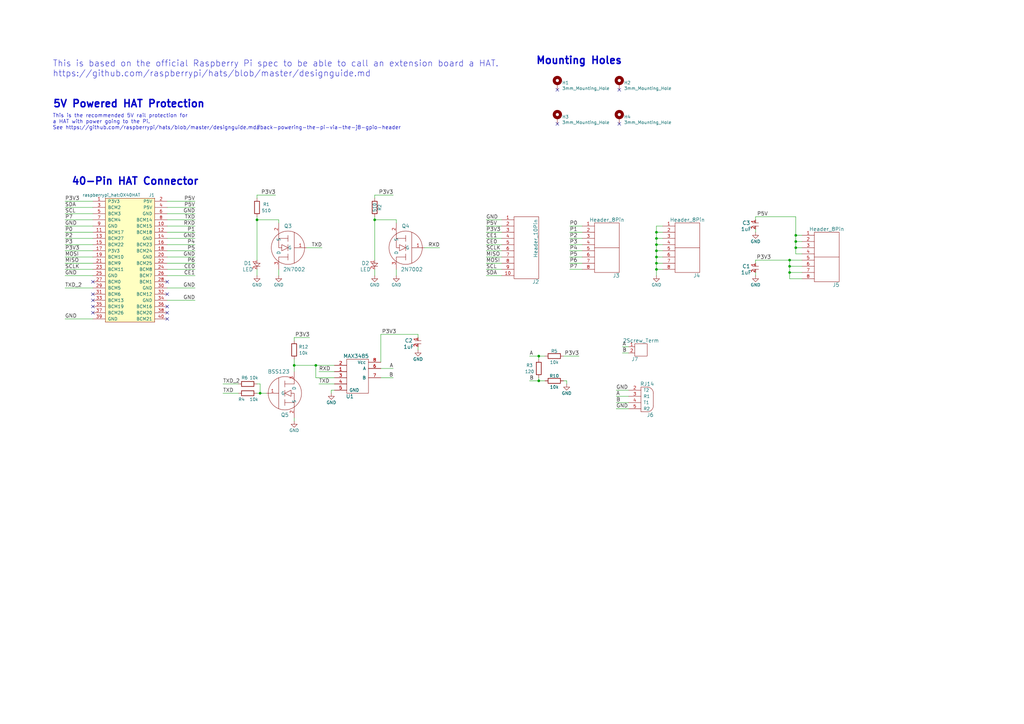
<source format=kicad_sch>
(kicad_sch (version 20211123) (generator eeschema)
  (paper "A3")
  (title_block (title "Raspberry Pi HAT") (rev "A"))
  (lib_symbols
    (symbol "Device:R" (pin_numbers hide) (pin_names (offset 0))
      (property "Reference" "R" (at 2.032 0 90))
      (property "Value" "R" (at 0 0 90))
      (symbol "R_0_1"
        (rectangle (start -1.016 -2.54) (end 1.016 2.54) (stroke (width 0.254)))
      )
      (symbol "R_1_1"
        (pin passive line (at 0 3.81 270) (length 1.27) (name "~") (number "1"))
        (pin passive line (at 0 -3.81 90) (length 1.27) (name "~") (number "2"))
      )
    )
    (symbol "Mechanical:MountingHole_Pad" (pin_numbers hide) (pin_names (offset 1.016) hide)
      (property "Reference" "MH" (at 0 6.35 0))
      (property "Value" "MountingHole_Pad" (at 0 4.445 0))
      (symbol "MountingHole_Pad_0_1"
        (circle (center 0 1.27) (radius 1.27) (stroke (width 1.27)))
      )
      (symbol "MountingHole_Pad_1_1"
        (pin input line (at 0 -2.54 90) (length 2.54) (name "1") (number "1"))
      )
    )
    (symbol "pi:2N7002" (pin_names (offset 1.016))
      (property "Reference" "Q" (at 2.54 15.24 0))
      (property "Value" "2N7002" (at 5.08 -2.54 0))
      (symbol "2N7002_0_1"
        (polyline (pts (xy 2.54 2.54) (xy -1.27 2.54)))
        (polyline (pts (xy 2.54 3.81) (xy 2.54 1.27)))
        (polyline (pts (xy 2.54 7.62) (xy 2.54 5.08)))
        (polyline (pts (xy 2.54 8.89) (xy 2.54 11.43)))
        (polyline (pts (xy 2.54 10.16) (xy -1.27 10.16)))
        (polyline (pts (xy 5.08 12.7) (xy 5.08 0)))
        (polyline (pts (xy -1.27 11.43) (xy -1.27 6.35) (xy 0 6.35)))
        (polyline (pts (xy 2.54 6.35) (xy 0 7.62) (xy 0 5.08) (xy 2.54 6.35)))
        (circle (center 2.54 6.35) (radius 6.8326))
      )
      (symbol "2N7002_1_1"
        (pin bidirectional line (at 10.16 6.35 180) (length 5.08) (name "G") (number "1"))
        (pin bidirectional line (at -1.27 16.51 270) (length 5.08) (name "S") (number "2"))
        (pin bidirectional line (at -1.27 -2.54 90) (length 5.08) (name "D") (number "3"))
      )
    )
    (symbol "pi:2Screw_Term" (pin_names (offset 1.016))
      (property "Reference" "J" (at 5.08 0 0))
      (property "Value" "2Screw_Term" (at 2.54 7.62 0))
      (symbol "2Screw_Term_0_1"
        (rectangle (start 5.08 6.35) (end 0 1.27))
      )
      (symbol "2Screw_Term_1_1"
        (pin bidirectional line (at 7.62 5.08 180) (length 2.54) (name "~") (number "1"))
        (pin bidirectional line (at 7.62 2.54 180) (length 2.54) (name "~") (number "2"))
      )
    )
    (symbol "pi:C_sm" (pin_names (offset 1.016))
      (property "Reference" "C" (at 1.27 2.54 0))
      (property "Value" "C_sm" (at 1.27 -2.54 0))
      (symbol "C_sm_0_1"
        (polyline (pts (xy 0 -1.27) (xy 0 1.27)))
        (polyline (pts (xy 1.27 1.27) (xy 1.27 -1.27)))
      )
      (symbol "C_sm_1_1"
        (pin bidirectional line (at -1.27 0 0) (length 1.27) (name "~") (number "1"))
        (pin bidirectional line (at 2.54 0 180) (length 1.27) (name "~") (number "2"))
      )
    )
    (symbol "pi:D_sm" (pin_names (offset 1.016))
      (property "Reference" "D" (at 2.54 2.54 0))
      (property "Value" "D_sm" (at 2.54 7.62 0))
      (symbol "D_sm_0_1"
        (polyline (pts (xy 2.54 6.35) (xy 2.54 3.81)))
        (polyline (pts (xy 1.27 6.35) (xy 1.27 3.81) (xy 2.54 5.08) (xy 1.27 6.35)))
      )
      (symbol "D_sm_1_1"
        (pin input line (at 0 5.08 0) (length 1.27) (name "~") (number "1"))
        (pin bidirectional line (at 3.81 5.08 180) (length 1.27) (name "~") (number "2"))
      )
    )
    (symbol "pi:Header_10Pin" (pin_names (offset 1.016))
      (property "Reference" "J" (at 13.97 1.27 0))
      (property "Value" "Header_10Pin" (at 10.16 29.21 0))
      (symbol "Header_10Pin_0_1"
        (rectangle (start 5.08 27.94) (end 15.24 2.54))
      )
      (symbol "Header_10Pin_1_1"
        (pin bidirectional line (at 0 26.67 0) (length 5.08) (name "~") (number "1"))
        (pin bidirectional line (at 0 3.81 0) (length 5.08) (name "~") (number "10"))
        (pin bidirectional line (at 0 24.13 0) (length 5.08) (name "~") (number "2"))
        (pin bidirectional line (at 0 21.59 0) (length 5.08) (name "~") (number "3"))
        (pin bidirectional line (at 0 19.05 0) (length 5.08) (name "~") (number "4"))
        (pin bidirectional line (at 0 16.51 0) (length 5.08) (name "~") (number "5"))
        (pin bidirectional line (at 0 13.97 0) (length 5.08) (name "~") (number "6"))
        (pin bidirectional line (at 0 11.43 0) (length 5.08) (name "~") (number "7"))
        (pin bidirectional line (at 0 8.89 0) (length 5.08) (name "~") (number "8"))
        (pin bidirectional line (at 0 6.35 0) (length 5.08) (name "~") (number "9"))
      )
    )
    (symbol "pi:Header_8Pin" (pin_names (offset 1.016))
      (property "Reference" "J" (at 13.97 1.27 0))
      (property "Value" "Header_8Pin" (at 10.16 24.13 0))
      (symbol "Header_8Pin_0_1"
        (polyline (pts (xy 15.24 12.7) (xy 5.08 12.7)))
        (rectangle (start 5.08 22.86) (end 15.24 2.54))
      )
      (symbol "Header_8Pin_1_1"
        (pin bidirectional line (at 0 21.59 0) (length 5.08) (name "~") (number "1"))
        (pin bidirectional line (at 0 19.05 0) (length 5.08) (name "~") (number "2"))
        (pin bidirectional line (at 0 16.51 0) (length 5.08) (name "~") (number "3"))
        (pin bidirectional line (at 0 13.97 0) (length 5.08) (name "~") (number "4"))
        (pin bidirectional line (at 0 11.43 0) (length 5.08) (name "~") (number "5"))
        (pin bidirectional line (at 0 8.89 0) (length 5.08) (name "~") (number "6"))
        (pin bidirectional line (at 0 6.35 0) (length 5.08) (name "~") (number "7"))
        (pin bidirectional line (at 0 3.81 0) (length 5.08) (name "~") (number "8"))
      )
    )
    (symbol "pi:MAX481" (pin_names (offset 1.016))
      (property "Reference" "U" (at 2.54 1.27 0))
      (property "Value" "MAX481" (at 5.08 17.78 0))
      (symbol "MAX481_0_1"
        (rectangle (start 1.27 16.51) (end 10.16 2.54))
      )
      (symbol "MAX481_1_1"
        (pin bidirectional line (at -3.81 11.43 0) (length 5.08) (name "~") (number "1"))
        (pin bidirectional line (at -3.81 13.97 0) (length 5.08) (name "~") (number "2"))
        (pin bidirectional line (at -3.81 8.89 0) (length 5.08) (name "~") (number "3"))
        (pin bidirectional line (at -3.81 6.35 0) (length 5.08) (name "~") (number "4"))
        (pin bidirectional line (at -3.81 3.81 0) (length 5.08) (name "GND") (number "5"))
        (pin bidirectional line (at 15.24 12.7 180) (length 5.08) (name "A") (number "6"))
        (pin bidirectional line (at 15.24 8.89 180) (length 5.08) (name "B") (number "7"))
        (pin bidirectional line (at 15.24 15.24 180) (length 5.08) (name "Vcc") (number "8"))
      )
    )
    (symbol "pi:RJ14" (pin_names (offset 1.016))
      (property "Reference" "P" (at 1.27 0 0))
      (property "Value" "RJ14" (at 2.54 12.7 0))
      (symbol "RJ14_0_1"
        (polyline (pts (xy 0 3.81) (xy 0 8.89)))
        (polyline (pts (xy 2.54 11.43) (xy 5.08 11.43) (xy 5.08 1.27) (xy 2.54 1.27)))
        (arc (start 0 3.81) (mid 0.7387 2.0087) (end 2.54 1.27))
        (arc (start 2.54 11.43) (mid 0.7387 10.6913) (end 0 8.89))
      )
      (symbol "RJ14_1_1"
        (pin input line (at 10.16 10.16 180) (length 5.08) (name "T2") (number "2"))
        (pin input line (at 10.16 7.62 180) (length 5.08) (name "R1") (number "3"))
        (pin input line (at 10.16 5.08 180) (length 5.08) (name "T1") (number "4"))
        (pin input line (at 10.16 2.54 180) (length 5.08) (name "R2") (number "5"))
      )
    )
    (symbol "power:GND" (power) (pin_names (offset 0))
      (property "Value" "GND" (at 0 -3.81 0))
      (symbol "GND_0_1"
        (polyline (pts (xy 0 0) (xy 0 -1.27) (xy 1.27 -1.27) (xy 0 -2.54) (xy -1.27 -1.27) (xy 0 -1.27)))
      )
      (symbol "GND_1_1"
        (pin power_in line (at 0 0 270) (length 0) hide (name "GND") (number "1"))
      )
    )
    (symbol "raspberrypi_hat:OX40HAT" (pin_names (offset 1.016))
      (property "Reference" "J" (at 8.89 2.54 0))
      (property "Value" "OX40HAT" (at -7.62 2.54 0))
      (symbol "OX40HAT_0_1"
        (rectangle (start -10.16 1.27) (end 10.16 -49.53) (fill (type background)))
      )
      (symbol "OX40HAT_1_1"
        (pin bidirectional line (at -15.24 0 0) (length 5.08) (name "P3V3") (number "1"))
        (pin bidirectional line (at 15.24 -10.16 180) (length 5.08) (name "BCM15") (number "10"))
        (pin bidirectional line (at -15.24 -12.7 0) (length 5.08) (name "BCM17") (number "11"))
        (pin bidirectional line (at 15.24 -12.7 180) (length 5.08) (name "BCM18") (number "12"))
        (pin bidirectional line (at -15.24 -15.24 0) (length 5.08) (name "BCM27") (number "13"))
        (pin bidirectional line (at 15.24 -15.24 180) (length 5.08) (name "GND") (number "14"))
        (pin bidirectional line (at -15.24 -17.78 0) (length 5.08) (name "BCM22") (number "15"))
        (pin bidirectional line (at 15.24 -17.78 180) (length 5.08) (name "BCM23") (number "16"))
        (pin bidirectional line (at -15.24 -20.32 0) (length 5.08) (name "P3V3") (number "17"))
        (pin bidirectional line (at 15.24 -20.32 180) (length 5.08) (name "BCM24") (number "18"))
        (pin bidirectional line (at -15.24 -22.86 0) (length 5.08) (name "BCM10") (number "19"))
        (pin bidirectional line (at 15.24 0 180) (length 5.08) (name "P5V") (number "2"))
        (pin bidirectional line (at 15.24 -22.86 180) (length 5.08) (name "GND") (number "20"))
        (pin bidirectional line (at -15.24 -25.4 0) (length 5.08) (name "BCM9") (number "21"))
        (pin bidirectional line (at 15.24 -25.4 180) (length 5.08) (name "BCM25") (number "22"))
        (pin bidirectional line (at -15.24 -27.94 0) (length 5.08) (name "BCM11") (number "23"))
        (pin bidirectional line (at 15.24 -27.94 180) (length 5.08) (name "BCM8") (number "24"))
        (pin bidirectional line (at -15.24 -30.48 0) (length 5.08) (name "GND") (number "25"))
        (pin bidirectional line (at 15.24 -30.48 180) (length 5.08) (name "BCM7") (number "26"))
        (pin bidirectional line (at -15.24 -33.02 0) (length 5.08) (name "BCM0") (number "27"))
        (pin bidirectional line (at 15.24 -33.02 180) (length 5.08) (name "BCM1") (number "28"))
        (pin bidirectional line (at -15.24 -35.56 0) (length 5.08) (name "BCM5") (number "29"))
        (pin bidirectional line (at -15.24 -2.54 0) (length 5.08) (name "BCM2") (number "3"))
        (pin bidirectional line (at 15.24 -35.56 180) (length 5.08) (name "GND") (number "30"))
        (pin bidirectional line (at -15.24 -38.1 0) (length 5.08) (name "BCM6") (number "31"))
        (pin bidirectional line (at 15.24 -38.1 180) (length 5.08) (name "BCM12") (number "32"))
        (pin bidirectional line (at -15.24 -40.64 0) (length 5.08) (name "BCM13") (number "33"))
        (pin bidirectional line (at 15.24 -40.64 180) (length 5.08) (name "GND") (number "34"))
        (pin bidirectional line (at -15.24 -43.18 0) (length 5.08) (name "BCM19") (number "35"))
        (pin bidirectional line (at 15.24 -43.18 180) (length 5.08) (name "BCM16") (number "36"))
        (pin bidirectional line (at -15.24 -45.72 0) (length 5.08) (name "BCM26") (number "37"))
        (pin bidirectional line (at 15.24 -45.72 180) (length 5.08) (name "BCM20") (number "38"))
        (pin bidirectional line (at -15.24 -48.26 0) (length 5.08) (name "GND") (number "39"))
        (pin bidirectional line (at 15.24 -2.54 180) (length 5.08) (name "P5V") (number "4"))
        (pin bidirectional line (at 15.24 -48.26 180) (length 5.08) (name "BCM21") (number "40"))
        (pin bidirectional line (at -15.24 -5.08 0) (length 5.08) (name "BCM3") (number "5"))
        (pin bidirectional line (at 15.24 -5.08 180) (length 5.08) (name "GND") (number "6"))
        (pin bidirectional line (at -15.24 -7.62 0) (length 5.08) (name "BCM4") (number "7"))
        (pin bidirectional line (at 15.24 -7.62 180) (length 5.08) (name "BCM14") (number "8"))
        (pin bidirectional line (at -15.24 -10.16 0) (length 5.08) (name "GND") (number "9"))
      )
    )
  )
  (junction (at 326.39 99.06))
  (junction (at 326.39 96.52))
  (junction (at 220.98 146.05))
  (junction (at 106.68 161.29))
  (junction (at 269.24 95.25))
  (junction (at 220.98 156.21))
  (junction (at 323.85 111.76))
  (junction (at 323.85 106.68))
  (junction (at 153.67 90.17))
  (junction (at 120.65 149.86))
  (junction (at 323.85 109.22))
  (junction (at 269.24 105.41))
  (junction (at 269.24 102.87))
  (junction (at 269.24 97.79))
  (junction (at 105.41 90.17))
  (junction (at 269.24 110.49))
  (junction (at 326.39 101.6))
  (junction (at 269.24 100.33))
  (junction (at 269.24 107.95))
  (junction (at 129.54 149.86))
  (no_connect (at 68.58 128.27))
  (no_connect (at 38.1 115.57))
  (no_connect (at 228.6 36.83))
  (no_connect (at 38.1 123.19))
  (no_connect (at 254 36.83))
  (no_connect (at 68.58 115.57))
  (no_connect (at 38.1 120.65))
  (no_connect (at 68.58 130.81))
  (no_connect (at 68.58 120.65))
  (no_connect (at 228.6 50.8))
  (no_connect (at 68.58 125.73))
  (no_connect (at 38.1 125.73))
  (no_connect (at 254 50.8))
  (no_connect (at 38.1 128.27))
  (wire (pts (xy 153.67 80.01) (xy 161.29 80.01)))
  (wire (pts (xy 205.74 107.95) (xy 199.39 107.95)))
  (wire (pts (xy 26.67 107.95) (xy 38.1 107.95)))
  (wire (pts (xy 91.44 161.29) (xy 97.79 161.29)))
  (wire (pts (xy 38.1 118.11) (xy 26.67 118.11)))
  (wire (pts (xy 125.73 101.6) (xy 132.08 101.6)))
  (wire (pts (xy 257.81 167.64) (xy 252.73 167.64)))
  (wire (pts (xy 26.67 102.87) (xy 38.1 102.87)))
  (wire (pts (xy 171.45 143.51) (xy 171.45 142.24)))
  (wire (pts (xy 68.58 82.55) (xy 80.01 82.55)))
  (wire (pts (xy 80.01 92.71) (xy 68.58 92.71)))
  (wire (pts (xy 269.24 105.41) (xy 271.78 105.41)))
  (wire (pts (xy 326.39 96.52) (xy 326.39 99.06)))
  (wire (pts (xy 220.98 154.94) (xy 220.98 156.21)))
  (wire (pts (xy 105.41 90.17) (xy 114.3 90.17)))
  (wire (pts (xy 114.3 113.03) (xy 114.3 110.49)))
  (wire (pts (xy 38.1 105.41) (xy 26.67 105.41)))
  (wire (pts (xy 199.39 110.49) (xy 205.74 110.49)))
  (wire (pts (xy 309.88 88.9) (xy 326.39 88.9)))
  (wire (pts (xy 328.93 101.6) (xy 326.39 101.6)))
  (wire (pts (xy 238.76 107.95) (xy 233.68 107.95)))
  (wire (pts (xy 106.68 157.48) (xy 105.41 157.48)))
  (wire (pts (xy 271.78 110.49) (xy 269.24 110.49)))
  (wire (pts (xy 80.01 100.33) (xy 68.58 100.33)))
  (wire (pts (xy 205.74 97.79) (xy 199.39 97.79)))
  (wire (pts (xy 328.93 96.52) (xy 326.39 96.52)))
  (wire (pts (xy 105.41 110.49) (xy 105.41 113.03)))
  (wire (pts (xy 269.24 107.95) (xy 269.24 110.49)))
  (wire (pts (xy 328.93 106.68) (xy 323.85 106.68)))
  (wire (pts (xy 114.3 90.17) (xy 114.3 91.44)))
  (wire (pts (xy 68.58 123.19) (xy 80.01 123.19)))
  (wire (pts (xy 171.45 137.16) (xy 171.45 138.43)))
  (wire (pts (xy 323.85 109.22) (xy 323.85 111.76)))
  (wire (pts (xy 130.81 152.4) (xy 137.16 152.4)))
  (wire (pts (xy 38.1 92.71) (xy 26.67 92.71)))
  (wire (pts (xy 38.1 82.55) (xy 26.67 82.55)))
  (wire (pts (xy 257.81 165.1) (xy 252.73 165.1)))
  (wire (pts (xy 269.24 92.71) (xy 269.24 95.25)))
  (wire (pts (xy 232.41 156.21) (xy 231.14 156.21)))
  (wire (pts (xy 326.39 104.14) (xy 328.93 104.14)))
  (wire (pts (xy 162.56 90.17) (xy 162.56 91.44)))
  (wire (pts (xy 309.88 113.03) (xy 309.88 111.76)))
  (wire (pts (xy 153.67 88.9) (xy 153.67 90.17)))
  (wire (pts (xy 199.39 100.33) (xy 205.74 100.33)))
  (wire (pts (xy 38.1 90.17) (xy 26.67 90.17)))
  (wire (pts (xy 326.39 101.6) (xy 326.39 104.14)))
  (wire (pts (xy 173.99 101.6) (xy 180.34 101.6)))
  (wire (pts (xy 231.14 146.05) (xy 237.49 146.05)))
  (wire (pts (xy 205.74 90.17) (xy 199.39 90.17)))
  (wire (pts (xy 68.58 87.63) (xy 80.01 87.63)))
  (wire (pts (xy 137.16 157.48) (xy 130.81 157.48)))
  (wire (pts (xy 80.01 113.03) (xy 68.58 113.03)))
  (wire (pts (xy 217.17 146.05) (xy 220.98 146.05)))
  (wire (pts (xy 38.1 130.81) (xy 26.67 130.81)))
  (wire (pts (xy 80.01 107.95) (xy 68.58 107.95)))
  (wire (pts (xy 257.81 142.24) (xy 255.27 142.24)))
  (wire (pts (xy 269.24 95.25) (xy 271.78 95.25)))
  (wire (pts (xy 105.41 88.9) (xy 105.41 90.17)))
  (wire (pts (xy 106.68 161.29) (xy 106.68 157.48)))
  (wire (pts (xy 323.85 114.3) (xy 328.93 114.3)))
  (wire (pts (xy 38.1 100.33) (xy 26.67 100.33)))
  (wire (pts (xy 38.1 113.03) (xy 26.67 113.03)))
  (wire (pts (xy 309.88 106.68) (xy 323.85 106.68)))
  (wire (pts (xy 129.54 154.94) (xy 129.54 149.86)))
  (wire (pts (xy 233.68 110.49) (xy 238.76 110.49)))
  (wire (pts (xy 156.21 137.16) (xy 156.21 148.59)))
  (wire (pts (xy 38.1 110.49) (xy 26.67 110.49)))
  (wire (pts (xy 323.85 109.22) (xy 328.93 109.22)))
  (wire (pts (xy 205.74 102.87) (xy 199.39 102.87)))
  (wire (pts (xy 162.56 113.03) (xy 162.56 110.49)))
  (wire (pts (xy 269.24 97.79) (xy 269.24 100.33)))
  (wire (pts (xy 80.01 102.87) (xy 68.58 102.87)))
  (wire (pts (xy 269.24 105.41) (xy 269.24 107.95)))
  (wire (pts (xy 328.93 111.76) (xy 323.85 111.76)))
  (wire (pts (xy 105.41 81.28) (xy 105.41 80.01)))
  (wire (pts (xy 135.89 161.29) (xy 135.89 160.02)))
  (wire (pts (xy 129.54 149.86) (xy 137.16 149.86)))
  (wire (pts (xy 105.41 80.01) (xy 113.03 80.01)))
  (wire (pts (xy 220.98 156.21) (xy 223.52 156.21)))
  (wire (pts (xy 105.41 90.17) (xy 105.41 106.68)))
  (wire (pts (xy 323.85 111.76) (xy 323.85 114.3)))
  (wire (pts (xy 271.78 107.95) (xy 269.24 107.95)))
  (wire (pts (xy 137.16 154.94) (xy 129.54 154.94)))
  (wire (pts (xy 38.1 85.09) (xy 26.67 85.09)))
  (wire (pts (xy 269.24 110.49) (xy 269.24 113.03)))
  (wire (pts (xy 120.65 138.43) (xy 127 138.43)))
  (wire (pts (xy 68.58 95.25) (xy 80.01 95.25)))
  (wire (pts (xy 161.29 151.13) (xy 156.21 151.13)))
  (wire (pts (xy 68.58 97.79) (xy 80.01 97.79)))
  (wire (pts (xy 68.58 105.41) (xy 80.01 105.41)))
  (wire (pts (xy 271.78 97.79) (xy 269.24 97.79)))
  (wire (pts (xy 120.65 139.7) (xy 120.65 138.43)))
  (wire (pts (xy 205.74 113.03) (xy 199.39 113.03)))
  (wire (pts (xy 153.67 90.17) (xy 153.67 106.68)))
  (wire (pts (xy 326.39 99.06) (xy 328.93 99.06)))
  (wire (pts (xy 68.58 85.09) (xy 80.01 85.09)))
  (wire (pts (xy 120.65 149.86) (xy 129.54 149.86)))
  (wire (pts (xy 199.39 92.71) (xy 205.74 92.71)))
  (wire (pts (xy 135.89 160.02) (xy 137.16 160.02)))
  (wire (pts (xy 120.65 147.32) (xy 120.65 149.86)))
  (wire (pts (xy 153.67 90.17) (xy 162.56 90.17)))
  (wire (pts (xy 26.67 87.63) (xy 38.1 87.63)))
  (wire (pts (xy 217.17 156.21) (xy 220.98 156.21)))
  (wire (pts (xy 153.67 110.49) (xy 153.67 113.03)))
  (wire (pts (xy 233.68 105.41) (xy 238.76 105.41)))
  (wire (pts (xy 238.76 102.87) (xy 233.68 102.87)))
  (wire (pts (xy 153.67 81.28) (xy 153.67 80.01)))
  (wire (pts (xy 38.1 95.25) (xy 26.67 95.25)))
  (wire (pts (xy 309.88 90.17) (xy 309.88 88.9)))
  (wire (pts (xy 271.78 92.71) (xy 269.24 92.71)))
  (wire (pts (xy 309.88 95.25) (xy 309.88 93.98)))
  (wire (pts (xy 156.21 137.16) (xy 171.45 137.16)))
  (wire (pts (xy 220.98 146.05) (xy 223.52 146.05)))
  (wire (pts (xy 238.76 97.79) (xy 233.68 97.79)))
  (wire (pts (xy 257.81 144.78) (xy 255.27 144.78)))
  (wire (pts (xy 232.41 157.48) (xy 232.41 156.21)))
  (wire (pts (xy 257.81 162.56) (xy 252.73 162.56)))
  (wire (pts (xy 120.65 149.86) (xy 120.65 152.4)))
  (wire (pts (xy 199.39 95.25) (xy 205.74 95.25)))
  (wire (pts (xy 238.76 92.71) (xy 233.68 92.71)))
  (wire (pts (xy 326.39 99.06) (xy 326.39 101.6)))
  (wire (pts (xy 309.88 107.95) (xy 309.88 106.68)))
  (wire (pts (xy 68.58 110.49) (xy 80.01 110.49)))
  (wire (pts (xy 233.68 95.25) (xy 238.76 95.25)))
  (wire (pts (xy 120.65 172.72) (xy 120.65 171.45)))
  (wire (pts (xy 26.67 97.79) (xy 38.1 97.79)))
  (wire (pts (xy 257.81 160.02) (xy 252.73 160.02)))
  (wire (pts (xy 269.24 100.33) (xy 271.78 100.33)))
  (wire (pts (xy 161.29 154.94) (xy 156.21 154.94)))
  (wire (pts (xy 220.98 147.32) (xy 220.98 146.05)))
  (wire (pts (xy 199.39 105.41) (xy 205.74 105.41)))
  (wire (pts (xy 105.41 161.29) (xy 106.68 161.29)))
  (wire (pts (xy 271.78 102.87) (xy 269.24 102.87)))
  (wire (pts (xy 97.79 157.48) (xy 91.44 157.48)))
  (wire (pts (xy 323.85 106.68) (xy 323.85 109.22)))
  (wire (pts (xy 233.68 100.33) (xy 238.76 100.33)))
  (wire (pts (xy 68.58 118.11) (xy 80.01 118.11)))
  (wire (pts (xy 269.24 102.87) (xy 269.24 105.41)))
  (wire (pts (xy 269.24 95.25) (xy 269.24 97.79)))
  (wire (pts (xy 106.68 161.29) (xy 109.22 161.29)))
  (wire (pts (xy 269.24 100.33) (xy 269.24 102.87)))
  (wire (pts (xy 326.39 88.9) (xy 326.39 96.52)))
  (wire (pts (xy 68.58 90.17) (xy 80.01 90.17)))
  (text "Mounting Holes" (at 219.71 26.67 0) (effects (font (size 2.9972 2.9972) (thickness 0.5994) bold) (justify left bottom)))
  (text "5V Powered HAT Protection" (at 21.59 44.45 0) (effects (font (size 2.9972 2.9972) (thickness 0.5994) bold) (justify left bottom)))
  (text "This is based on the official Raspberry Pi spec to be able to call an extension board a HAT.\nhttps://github.com/raspberrypi/hats/blob/master/designguide.md" (at 21.59 31.75 0) (effects (font (size 2.54 2.54)) (justify left bottom)))
  (text "This is the recommended 5V rail protection for \na HAT with power going to the Pi.\nSee https://github.com/raspberrypi/hats/blob/master/designguide.md#back-powering-the-pi-via-the-j8-gpio-header" (at 21.59 53.34 0) (effects (font (size 1.524 1.524)) (justify left bottom)))
  (text "40-Pin HAT Connector" (at 29.21 76.2 0) (effects (font (size 2.9972 2.9972) (thickness 0.5994) bold) (justify left bottom)))
  (label "P1" (at 80.01 95.25 180) (effects (font (size 1.524 1.524))))
  (label "P6" (at 233.68 107.95 0) (effects (font (size 1.524 1.524))))
  (label "P4" (at 233.68 102.87 0) (effects (font (size 1.524 1.524))))
  (label "RXD" (at 130.81 152.4 0) (effects (font (size 1.524 1.524))))
  (label "P0" (at 26.67 95.25 0) (effects (font (size 1.524 1.524))))
  (label "MISO" (at 199.39 105.41 0) (effects (font (size 1.524 1.524))))
  (label "GND" (at 252.73 160.02 0) (effects (font (size 1.524 1.524))))
  (label "P5V" (at 199.39 92.71 0) (effects (font (size 1.524 1.524))))
  (label "TXD_2" (at 91.44 157.48 0) (effects (font (size 1.524 1.524))))
  (label "P3V3" (at 161.29 80.01 180) (effects (font (size 1.524 1.524))))
  (label "P3V3" (at 199.39 95.25 0) (effects (font (size 1.524 1.524))))
  (label "SCLK" (at 26.67 110.49 0) (effects (font (size 1.524 1.524))))
  (label "P1" (at 233.68 95.25 0) (effects (font (size 1.524 1.524))))
  (label "RXD" (at 180.34 101.6 180) (effects (font (size 1.524 1.524))))
  (label "GND" (at 26.67 130.81 0) (effects (font (size 1.524 1.524))))
  (label "A" (at 252.73 162.56 0) (effects (font (size 1.524 1.524))))
  (label "B" (at 255.27 144.78 0) (effects (font (size 1.524 1.524))))
  (label "P3V3" (at 127 138.43 180) (effects (font (size 1.524 1.524))))
  (label "TXD" (at 91.44 161.29 0) (effects (font (size 1.524 1.524))))
  (label "CE1" (at 199.39 97.79 0) (effects (font (size 1.524 1.524))))
  (label "P3V3" (at 237.49 146.05 180) (effects (font (size 1.524 1.524))))
  (label "GND" (at 26.67 92.71 0) (effects (font (size 1.524 1.524))))
  (label "P0" (at 233.68 92.71 0) (effects (font (size 1.524 1.524))))
  (label "GND" (at 26.67 113.03 0) (effects (font (size 1.524 1.524))))
  (label "GND" (at 252.73 167.64 0) (effects (font (size 1.524 1.524))))
  (label "P2" (at 233.68 97.79 0) (effects (font (size 1.524 1.524))))
  (label "SCLK" (at 199.39 102.87 0) (effects (font (size 1.524 1.524))))
  (label "P2" (at 26.67 97.79 0) (effects (font (size 1.524 1.524))))
  (label "RXD" (at 80.01 92.71 180) (effects (font (size 1.524 1.524))))
  (label "P7" (at 26.67 90.17 0) (effects (font (size 1.524 1.524))))
  (label "B" (at 252.73 165.1 0) (effects (font (size 1.524 1.524))))
  (label "A" (at 161.29 151.13 180) (effects (font (size 1.524 1.524))))
  (label "GND" (at 80.01 87.63 180) (effects (font (size 1.524 1.524))))
  (label "P3V3" (at 26.67 102.87 0) (effects (font (size 1.524 1.524))))
  (label "SDA" (at 199.39 113.03 0) (effects (font (size 1.524 1.524))))
  (label "SCL" (at 199.39 110.49 0) (effects (font (size 1.524 1.524))))
  (label "P5V" (at 80.01 85.09 180) (effects (font (size 1.524 1.524))))
  (label "TXD_2" (at 26.67 118.11 0) (effects (font (size 1.524 1.524))))
  (label "P5V" (at 80.01 82.55 180) (effects (font (size 1.524 1.524))))
  (label "CE0" (at 80.01 110.49 180) (effects (font (size 1.524 1.524))))
  (label "SCL" (at 26.67 87.63 0) (effects (font (size 1.524 1.524))))
  (label "P7" (at 233.68 110.49 0) (effects (font (size 1.524 1.524))))
  (label "P5" (at 80.01 102.87 180) (effects (font (size 1.524 1.524))))
  (label "TXD" (at 132.08 101.6 180) (effects (font (size 1.524 1.524))))
  (label "CE0" (at 199.39 100.33 0) (effects (font (size 1.524 1.524))))
  (label "MISO" (at 26.67 107.95 0) (effects (font (size 1.524 1.524))))
  (label "P6" (at 80.01 107.95 180) (effects (font (size 1.524 1.524))))
  (label "B" (at 161.29 154.94 180) (effects (font (size 1.524 1.524))))
  (label "P5" (at 233.68 105.41 0) (effects (font (size 1.524 1.524))))
  (label "MOSI" (at 199.39 107.95 0) (effects (font (size 1.524 1.524))))
  (label "B" (at 217.17 156.21 0) (effects (font (size 1.524 1.524))))
  (label "A" (at 255.27 142.24 0) (effects (font (size 1.524 1.524))))
  (label "P3V3" (at 162.56 137.16 180) (effects (font (size 1.524 1.524))))
  (label "TXD" (at 80.01 90.17 180) (effects (font (size 1.524 1.524))))
  (label "CE1" (at 80.01 113.03 180) (effects (font (size 1.524 1.524))))
  (label "P3V3" (at 26.67 82.55 0) (effects (font (size 1.524 1.524))))
  (label "P3V3" (at 113.03 80.01 180) (effects (font (size 1.524 1.524))))
  (label "GND" (at 80.01 97.79 180) (effects (font (size 1.524 1.524))))
  (label "MOSI" (at 26.67 105.41 0) (effects (font (size 1.524 1.524))))
  (label "A" (at 217.17 146.05 0) (effects (font (size 1.524 1.524))))
  (label "P3V3" (at 316.23 106.68 180) (effects (font (size 1.524 1.524))))
  (label "P4" (at 80.01 100.33 180) (effects (font (size 1.524 1.524))))
  (label "P3" (at 233.68 100.33 0) (effects (font (size 1.524 1.524))))
  (label "P5V" (at 314.96 88.9 180) (effects (font (size 1.524 1.524))))
  (label "SDA" (at 26.67 85.09 0) (effects (font (size 1.524 1.524))))
  (label "TXD" (at 130.81 157.48 0) (effects (font (size 1.524 1.524))))
  (label "GND" (at 80.01 123.19 180) (effects (font (size 1.524 1.524))))
  (label "P3" (at 26.67 100.33 0) (effects (font (size 1.524 1.524))))
  (label "GND" (at 80.01 105.41 180) (effects (font (size 1.524 1.524))))
  (label "GND" (at 199.39 90.17 0) (effects (font (size 1.524 1.524))))
  (label "GND" (at 80.01 118.11 180) (effects (font (size 1.524 1.524))))
  (symbol (lib_id "pi:2N7002") (at 115.57 107.95 0) (unit 1)
    (property "Reference" "Q3" (at 118.11 92.71 0) (effects (font (size 1.524 1.524))))
    (property "Value" "2N7002" (at 120.65 110.49 0) (effects (font (size 1.524 1.524))))
    (property "Footprint" "project_footprints:2N7002" (effects hide))
    (property "Supplier" "Digi-key" (effects hide))
    (property "Supplier PN" "2N7002NCT-ND" (effects hide))
  )
  (symbol (lib_id "Device:R") (at 105.41 85.09 0) (unit 1)
    (property "Reference" "R1" (at 109.22 83.82 0))
    (property "Value" "510" (at 109.22 86.36 0))
    (property "Footprint" "project_footprints:R_805_HS" (effects hide))
    (property "Supplier" "Digi-key" (effects hide))
    (property "Supplier PN" "RMCF0805JG510R-ND" (effects hide))
  )
  (symbol (lib_id "pi:D_sm") (at 100.33 106.68 270) (unit 1)
    (property "Reference" "D1" (at 101.6 107.95 90) (effects (font (size 1.524 1.524))))
    (property "Value" "LED" (at 101.6 110.49 90) (effects (font (size 1.524 1.524))))
    (property "Footprint" "project_footprints:LED_0603" (effects hide))
    (property "Supplier" "Digi-key" (effects hide))
    (property "Supplier PN" "846-1178-2-ND" (effects hide))
  )
  (symbol (lib_id "pi:2N7002") (at 163.83 107.95 0) (unit 1)
    (property "Reference" "Q4" (at 166.37 92.71 0) (effects (font (size 1.524 1.524))))
    (property "Value" "2N7002" (at 168.91 110.49 0) (effects (font (size 1.524 1.524))))
    (property "Footprint" "project_footprints:2N7002" (effects hide))
    (property "Supplier" "Digi-key" (effects hide))
    (property "Supplier PN" "2N7002NCT-ND" (effects hide))
  )
  (symbol (lib_id "Device:R") (at 153.67 85.09 0) (unit 1)
    (property "Reference" "R2" (at 155.702 85.09 90))
    (property "Value" "510" (at 153.67 85.09 90))
    (property "Footprint" "project_footprints:R_805_HS" (effects hide))
    (property "Supplier" "Digi-key" (effects hide))
    (property "Supplier PN" "RMCF0805JG510R-ND" (effects hide))
  )
  (symbol (lib_id "pi:D_sm") (at 148.59 106.68 270) (unit 1)
    (property "Reference" "D2" (at 149.86 107.95 90) (effects (font (size 1.524 1.524))))
    (property "Value" "LED" (at 149.86 110.49 90) (effects (font (size 1.524 1.524))))
    (property "Footprint" "project_footprints:LED_0603" (effects hide))
    (property "Supplier" "Digi-key" (effects hide))
    (property "Supplier PN" "846-1178-2-ND" (effects hide))
  )
  (symbol (lib_id "pi:C_sm") (at 171.45 139.7 270) (unit 1)
    (property "Reference" "C2" (at 167.64 139.7 90) (effects (font (size 1.524 1.524))))
    (property "Value" "1uF" (at 167.64 142.24 90) (effects (font (size 1.524 1.524))))
    (property "Footprint" "project_footprints:C_0805_HS" (effects hide))
    (property "Supplier" "Digi-key" (effects hide))
    (property "Supplier PN" "CL21B105KOFNNNF-ND" (effects hide))
  )
  (symbol (lib_id "pi:C_sm") (at 309.88 91.44 270) (unit 1)
    (property "Reference" "C3" (at 306.07 91.44 90) (effects (font (size 1.524 1.524))))
    (property "Value" "1uF" (at 306.07 93.98 90) (effects (font (size 1.524 1.524))))
    (property "Footprint" "project_footprints:C_0805_HS" (effects hide))
    (property "Supplier" "Digi-key" (effects hide))
    (property "Supplier PN" "CL21B105KOFNNNF-ND" (effects hide))
  )
  (symbol (lib_id "pi:C_sm") (at 309.88 109.22 270) (unit 1)
    (property "Reference" "C1" (at 306.07 109.22 90) (effects (font (size 1.524 1.524))))
    (property "Value" "1uF" (at 306.07 111.76 90) (effects (font (size 1.524 1.524))))
    (property "Footprint" "project_footprints:C_0805_HS" (effects hide))
    (property "Supplier" "Digi-key" (effects hide))
    (property "Supplier PN" "CL21B105KOFNNNF-ND" (effects hide))
  )
  (symbol (lib_id "Device:R") (at 220.98 151.13 0) (unit 1)
    (property "Reference" "R3" (at 217.17 149.86 0))
    (property "Value" "120" (at 217.17 152.4 0))
    (property "Footprint" "project_footprints:R_805_HS" (effects hide))
  )
  (symbol (lib_id "Device:R") (at 227.33 146.05 90) (unit 1)
    (property "Reference" "R5" (at 227.33 144.018 90))
    (property "Value" "10k" (at 227.33 148.59 90))
    (property "Footprint" "project_footprints:R_805_HS" (effects hide))
    (property "Supplier" "Digi-key" (effects hide))
    (property "Supplier PN" "RMCF0805JG10K0TR-ND" (effects hide))
  )
  (symbol (lib_id "Device:R") (at 227.33 156.21 90) (unit 1)
    (property "Reference" "R10" (at 227.33 154.178 90))
    (property "Value" "10k" (at 227.33 158.75 90))
    (property "Footprint" "project_footprints:R_805_HS" (effects hide))
  )
  (symbol (lib_id "pi:Header_10Pin") (at 205.74 116.84 0) (unit 1)
    (property "Reference" "J2" (at 219.71 115.57 0) (effects (font (size 1.524 1.524))))
    (property "Value" "Header_10Pin" (at 219.71 97.79 90) (effects (font (size 1.524 1.524))))
    (property "Footprint" "project_footprints:10Pin_Header" (effects hide))
  )
  (symbol (lib_id "pi:Header_8Pin") (at 238.76 114.3 0) (unit 1)
    (property "Reference" "J3" (at 252.73 113.03 0) (effects (font (size 1.524 1.524))))
    (property "Value" "Header_8Pin" (at 248.92 90.17 0) (effects (font (size 1.524 1.524))))
    (property "Footprint" "project_footprints:8Pin_Header" (effects hide))
    (property "Supplier" "Digi-key" (effects hide))
    (property "Supplier PN" "609-3273-ND" (effects hide))
  )
  (symbol (lib_id "pi:Header_8Pin") (at 271.78 114.3 0) (unit 1)
    (property "Reference" "J4" (at 285.75 113.03 0) (effects (font (size 1.524 1.524))))
    (property "Value" "Header_8Pin" (at 281.94 90.17 0) (effects (font (size 1.524 1.524))))
    (property "Footprint" "project_footprints:8Pin_Header" (effects hide))
    (property "Supplier" "Digi-key" (effects hide))
    (property "Supplier PN" "609-3273-ND" (effects hide))
  )
  (symbol (lib_id "pi:Header_8Pin") (at 328.93 118.11 0) (unit 1)
    (property "Reference" "J5" (at 342.9 116.84 0) (effects (font (size 1.524 1.524))))
    (property "Value" "Header_8Pin" (at 339.09 93.98 0) (effects (font (size 1.524 1.524))))
    (property "Footprint" "project_footprints:8Pin_Header" (effects hide))
    (property "Supplier" "Digi-key" (effects hide))
    (property "Supplier PN" "609-3273-ND" (effects hide))
  )
  (symbol (lib_id "pi:MAX481") (at 140.97 163.83 0) (unit 1)
    (property "Reference" "U1" (at 143.51 162.56 0) (effects (font (size 1.524 1.524))))
    (property "Value" "MAX3485" (at 146.05 146.05 0) (effects (font (size 1.524 1.524))))
    (property "Footprint" "project_footprints:SO-8" (effects hide))
    (property "Supplier PN" " MAX481CSA+TR-ND" (effects hide))
    (property "Supplier" "Digi-key" (effects hide))
  )
  (symbol (lib_id "pi:RJ14") (at 267.97 170.18 0) (mirror y) (unit 1)
    (property "Reference" "J6" (at 266.7 170.18 0) (effects (font (size 1.524 1.524))))
    (property "Value" "RJ14" (at 265.43 157.48 0) (effects (font (size 1.524 1.524))))
    (property "Footprint" "project_footprints:609-5080-ND" (effects hide))
    (property "Catalog PN" "609-5080-ND" (effects hide))
    (property "Supplier" "Digi-key" (effects hide))
  )
  (symbol (lib_id "pi:2N7002") (at 119.38 154.94 180) (unit 1)
    (property "Reference" "Q5" (at 116.84 170.18 0) (effects (font (size 1.524 1.524))))
    (property "Value" "BSS123" (at 114.3 152.4 0) (effects (font (size 1.524 1.524))))
    (property "Footprint" "project_footprints:2N7002" (effects hide))
    (property "Supplier" "Digi-key" (effects hide))
    (property "Supplier PN" "BSS123NTR-ND" (effects hide))
  )
  (symbol (lib_id "Device:R") (at 120.65 143.51 180) (unit 1)
    (property "Reference" "R12" (at 124.46 142.24 0))
    (property "Value" "10k" (at 124.46 144.78 0))
    (property "Footprint" "project_footprints:R_805_HS" (effects hide))
    (property "Supplier" "Digi-key" (effects hide))
    (property "Supplier PN" "RMCF0805JG10K0TR-ND" (effects hide))
  )
  (symbol (lib_id "Device:R") (at 101.6 161.29 90) (unit 1)
    (property "Reference" "R4" (at 99.06 163.83 90))
    (property "Value" "10k" (at 104.14 163.83 90))
    (property "Footprint" "project_footprints:R_805_HS" (effects hide))
    (property "Supplier" "Digi-key" (effects hide))
    (property "Supplier PN" "RMCF0805JG10K0TR-ND" (effects hide))
  )
  (symbol (lib_id "raspberrypi_hat:OX40HAT") (at 53.34 82.55 0) (unit 1)
    (property "Reference" "J1" (at 62.23 80.01 0))
    (property "Value" "raspberrypi_hat:OX40HAT" (at 45.72 80.01 0))
    (property "Footprint" "project_footprints:Connector_PinSocket_2.54mm" (effects hide))
    (property "Supplier" "Digi-key" (effects hide))
    (property "Supplier PN" "S9200-ND" (effects hide))
  )
  (symbol (lib_id "pi:2Screw_Term") (at 265.43 147.32 0) (mirror y) (unit 1)
    (property "Reference" "J7" (at 260.35 147.32 0) (effects (font (size 1.524 1.524))))
    (property "Value" "2Screw_Term" (at 262.89 139.7 0) (effects (font (size 1.524 1.524))))
    (property "Footprint" "project_footprints:277-1667-ND" (effects hide))
    (property "Supplier PN" "277-1667-ND" (effects hide))
    (property "Supplier" "Digi-key" (effects hide))
  )
  (symbol (lib_id "Device:R") (at 101.6 157.48 90) (unit 1)
    (property "Reference" "R6" (at 100.33 154.94 90))
    (property "Value" "10k" (at 104.14 154.94 90))
    (property "Footprint" "project_footprints:R_805_HS" (effects hide))
    (property "Supplier" "x" (effects hide))
    (property "Supplier PN" "x" (effects hide))
  )
  (symbol (lib_id "power:GND") (at 269.24 113.03 0) (unit 1)
    (property "Reference" "#PWR01" (effects hide))
    (property "Value" "power:GND" (at 269.24 116.84 0))
  )
  (symbol (lib_id "power:GND") (at 232.41 157.48 0) (unit 1)
    (property "Reference" "#PWR02" (effects hide))
    (property "Value" "power:GND" (at 232.41 161.29 0))
  )
  (symbol (lib_id "power:GND") (at 309.88 95.25 0) (unit 1)
    (property "Reference" "#PWR03" (effects hide))
    (property "Value" "power:GND" (at 309.88 99.06 0))
  )
  (symbol (lib_id "power:GND") (at 171.45 143.51 0) (unit 1)
    (property "Reference" "#PWR04" (effects hide))
    (property "Value" "power:GND" (at 171.45 147.32 0))
  )
  (symbol (lib_id "power:GND") (at 309.88 113.03 0) (unit 1)
    (property "Reference" "#PWR05" (effects hide))
    (property "Value" "power:GND" (at 309.88 116.84 0))
  )
  (symbol (lib_id "power:GND") (at 120.65 172.72 0) (unit 1)
    (property "Reference" "#PWR06" (effects hide))
    (property "Value" "power:GND" (at 120.65 176.53 0))
  )
  (symbol (lib_id "power:GND") (at 135.89 161.29 0) (unit 1)
    (property "Reference" "#PWR07" (effects hide))
    (property "Value" "power:GND" (at 135.89 165.1 0))
  )
  (symbol (lib_id "power:GND") (at 162.56 113.03 0) (unit 1)
    (property "Reference" "#PWR08" (effects hide))
    (property "Value" "power:GND" (at 162.56 116.84 0))
  )
  (symbol (lib_id "power:GND") (at 153.67 113.03 0) (unit 1)
    (property "Reference" "#PWR09" (effects hide))
    (property "Value" "power:GND" (at 153.67 116.84 0))
  )
  (symbol (lib_id "power:GND") (at 114.3 113.03 0) (unit 1)
    (property "Reference" "#PWR010" (effects hide))
    (property "Value" "power:GND" (at 114.3 116.84 0))
  )
  (symbol (lib_id "power:GND") (at 105.41 113.03 0) (unit 1)
    (property "Reference" "#PWR011" (effects hide))
    (property "Value" "power:GND" (at 105.41 116.84 0))
  )
  (symbol (lib_id "Mechanical:MountingHole_Pad") (at 228.6 34.29 0) (unit 1)
    (property "Reference" "H1" (at 230.5304 33.9344 0) (effects (justify left)))
    (property "Value" "3mm_Mounting_Hole" (at 230.5304 36.2458 0) (effects (justify left)))
    (property "Footprint" "project_footprints:MH_plated" (effects hide))
    (property "Supplier" "x" (effects hide))
    (property "Supplier PN" "x" (effects hide))
  )
  (symbol (lib_id "Mechanical:MountingHole_Pad") (at 228.6 48.26 0) (unit 1)
    (property "Reference" "H3" (at 230.5304 47.9044 0) (effects (justify left)))
    (property "Value" "3mm_Mounting_Hole" (at 230.5304 50.2158 0) (effects (justify left)))
    (property "Footprint" "project_footprints:MH_plated" (effects hide))
    (property "Supplier" "x" (effects hide))
    (property "Supplier PN" "x" (effects hide))
  )
  (symbol (lib_id "Mechanical:MountingHole_Pad") (at 254 48.26 0) (unit 1)
    (property "Reference" "H4" (at 255.9304 47.9044 0) (effects (justify left)))
    (property "Value" "3mm_Mounting_Hole" (at 255.9304 50.2158 0) (effects (justify left)))
    (property "Footprint" "project_footprints:MH_plated" (effects hide))
    (property "Supplier" "x" (effects hide))
    (property "Supplier PN" "x" (effects hide))
  )
  (symbol (lib_id "Mechanical:MountingHole_Pad") (at 254 34.29 0) (unit 1)
    (property "Reference" "H2" (at 255.9304 33.9344 0) (effects (justify left)))
    (property "Value" "3mm_Mounting_Hole" (at 255.9304 36.2458 0) (effects (justify left)))
    (property "Footprint" "project_footprints:MH_plated" (effects hide))
    (property "Supplier" "x" (effects hide))
    (property "Supplier PN" "x" (effects hide))
  )
)
</source>
